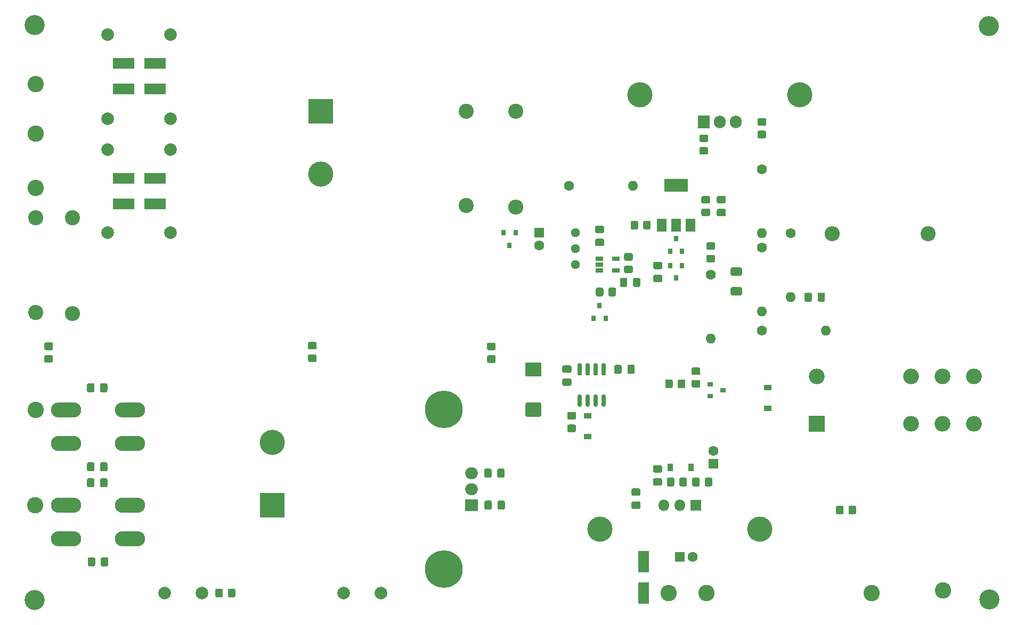
<source format=gbr>
G04 #@! TF.GenerationSoftware,KiCad,Pcbnew,(5.1.10-1-10_14)*
G04 #@! TF.CreationDate,2021-07-20T11:42:14+02:00*
G04 #@! TF.ProjectId,hv-power-supply-v1,68762d70-6f77-4657-922d-737570706c79,rev?*
G04 #@! TF.SameCoordinates,Original*
G04 #@! TF.FileFunction,Soldermask,Top*
G04 #@! TF.FilePolarity,Negative*
%FSLAX46Y46*%
G04 Gerber Fmt 4.6, Leading zero omitted, Abs format (unit mm)*
G04 Created by KiCad (PCBNEW (5.1.10-1-10_14)) date 2021-07-20 11:42:14*
%MOMM*%
%LPD*%
G01*
G04 APERTURE LIST*
%ADD10R,1.500000X2.000000*%
%ADD11R,3.800000X2.000000*%
%ADD12C,6.000000*%
%ADD13R,0.800000X0.900000*%
%ADD14R,0.900000X0.800000*%
%ADD15R,1.220000X0.650000*%
%ADD16C,4.000000*%
%ADD17R,4.000000X4.000000*%
%ADD18R,2.000000X1.905000*%
%ADD19O,2.000000X1.905000*%
%ADD20R,1.800000X3.500000*%
%ADD21O,2.400000X2.400000*%
%ADD22C,2.400000*%
%ADD23O,4.800600X2.400300*%
%ADD24R,0.900000X1.200000*%
%ADD25C,1.600000*%
%ADD26R,1.600000X1.600000*%
%ADD27R,3.500000X1.800000*%
%ADD28C,2.000000*%
%ADD29O,1.600000X1.600000*%
%ADD30O,1.905000X2.000000*%
%ADD31R,1.905000X2.000000*%
%ADD32C,2.600000*%
%ADD33C,1.440000*%
%ADD34O,2.500000X2.500000*%
%ADD35R,2.500000X2.500000*%
%ADD36R,1.200000X0.900000*%
%ADD37R,1.800000X1.800000*%
%ADD38O,1.800000X1.800000*%
%ADD39C,3.200000*%
G04 APERTURE END LIST*
D10*
X158863000Y-81216500D03*
X163463000Y-81216500D03*
X161163000Y-81216500D03*
D11*
X161163000Y-74916500D03*
D12*
X124206000Y-135890000D03*
X124206000Y-110490000D03*
D13*
X161160500Y-89630000D03*
X160210500Y-87630000D03*
X162110500Y-87630000D03*
D14*
X168602000Y-107465000D03*
X166602000Y-108415000D03*
X166602000Y-106515000D03*
D15*
X151616400Y-86550500D03*
X151616400Y-88450500D03*
X148996400Y-88450500D03*
X148996400Y-87500500D03*
X148996400Y-86550500D03*
D16*
X96990000Y-115753000D03*
D17*
X96990000Y-125753000D03*
D18*
X128613000Y-125753000D03*
D19*
X128613000Y-123213000D03*
X128613000Y-120673000D03*
D16*
X155410000Y-60475000D03*
X180810000Y-60475000D03*
X149060000Y-129563000D03*
X174460000Y-129563000D03*
D20*
X155981500Y-139723000D03*
X155981500Y-134723000D03*
D21*
X185991500Y-82550000D03*
D22*
X201231500Y-82550000D03*
D23*
X64224000Y-110640000D03*
X74384000Y-110640000D03*
X74384000Y-131087000D03*
X64224000Y-131087000D03*
X74384000Y-125753000D03*
X64224000Y-125753000D03*
X64224000Y-115974000D03*
X74384000Y-115974000D03*
D24*
X163536000Y-119784000D03*
X160236000Y-119784000D03*
D25*
X167094000Y-117149000D03*
D26*
X167094000Y-119149000D03*
G36*
G01*
X61880001Y-101080000D02*
X60979999Y-101080000D01*
G75*
G02*
X60730000Y-100830001I0J249999D01*
G01*
X60730000Y-100129999D01*
G75*
G02*
X60979999Y-99880000I249999J0D01*
G01*
X61880001Y-99880000D01*
G75*
G02*
X62130000Y-100129999I0J-249999D01*
G01*
X62130000Y-100830001D01*
G75*
G02*
X61880001Y-101080000I-249999J0D01*
G01*
G37*
G36*
G01*
X61880001Y-103080000D02*
X60979999Y-103080000D01*
G75*
G02*
X60730000Y-102830001I0J249999D01*
G01*
X60730000Y-102129999D01*
G75*
G02*
X60979999Y-101880000I249999J0D01*
G01*
X61880001Y-101880000D01*
G75*
G02*
X62130000Y-102129999I0J-249999D01*
G01*
X62130000Y-102830001D01*
G75*
G02*
X61880001Y-103080000I-249999J0D01*
G01*
G37*
D21*
X65214500Y-95313500D03*
D22*
X65214500Y-80073500D03*
D27*
X73368000Y-59586000D03*
X78368000Y-59586000D03*
X78368000Y-73810000D03*
X73368000Y-73810000D03*
X78368000Y-77874000D03*
X73368000Y-77874000D03*
X73368000Y-55522000D03*
X78368000Y-55522000D03*
D28*
X70828000Y-69238000D03*
X80828000Y-69238000D03*
X70828000Y-82446000D03*
X80828000Y-82446000D03*
X70828000Y-64285000D03*
X80828000Y-64285000D03*
X70828000Y-50950000D03*
X80828000Y-50950000D03*
G36*
G01*
X145971500Y-105138000D02*
X145671500Y-105138000D01*
G75*
G02*
X145521500Y-104988000I0J150000D01*
G01*
X145521500Y-103338000D01*
G75*
G02*
X145671500Y-103188000I150000J0D01*
G01*
X145971500Y-103188000D01*
G75*
G02*
X146121500Y-103338000I0J-150000D01*
G01*
X146121500Y-104988000D01*
G75*
G02*
X145971500Y-105138000I-150000J0D01*
G01*
G37*
G36*
G01*
X147241500Y-105138000D02*
X146941500Y-105138000D01*
G75*
G02*
X146791500Y-104988000I0J150000D01*
G01*
X146791500Y-103338000D01*
G75*
G02*
X146941500Y-103188000I150000J0D01*
G01*
X147241500Y-103188000D01*
G75*
G02*
X147391500Y-103338000I0J-150000D01*
G01*
X147391500Y-104988000D01*
G75*
G02*
X147241500Y-105138000I-150000J0D01*
G01*
G37*
G36*
G01*
X148511500Y-105138000D02*
X148211500Y-105138000D01*
G75*
G02*
X148061500Y-104988000I0J150000D01*
G01*
X148061500Y-103338000D01*
G75*
G02*
X148211500Y-103188000I150000J0D01*
G01*
X148511500Y-103188000D01*
G75*
G02*
X148661500Y-103338000I0J-150000D01*
G01*
X148661500Y-104988000D01*
G75*
G02*
X148511500Y-105138000I-150000J0D01*
G01*
G37*
G36*
G01*
X149781500Y-105138000D02*
X149481500Y-105138000D01*
G75*
G02*
X149331500Y-104988000I0J150000D01*
G01*
X149331500Y-103338000D01*
G75*
G02*
X149481500Y-103188000I150000J0D01*
G01*
X149781500Y-103188000D01*
G75*
G02*
X149931500Y-103338000I0J-150000D01*
G01*
X149931500Y-104988000D01*
G75*
G02*
X149781500Y-105138000I-150000J0D01*
G01*
G37*
G36*
G01*
X149781500Y-110088000D02*
X149481500Y-110088000D01*
G75*
G02*
X149331500Y-109938000I0J150000D01*
G01*
X149331500Y-108288000D01*
G75*
G02*
X149481500Y-108138000I150000J0D01*
G01*
X149781500Y-108138000D01*
G75*
G02*
X149931500Y-108288000I0J-150000D01*
G01*
X149931500Y-109938000D01*
G75*
G02*
X149781500Y-110088000I-150000J0D01*
G01*
G37*
G36*
G01*
X148511500Y-110088000D02*
X148211500Y-110088000D01*
G75*
G02*
X148061500Y-109938000I0J150000D01*
G01*
X148061500Y-108288000D01*
G75*
G02*
X148211500Y-108138000I150000J0D01*
G01*
X148511500Y-108138000D01*
G75*
G02*
X148661500Y-108288000I0J-150000D01*
G01*
X148661500Y-109938000D01*
G75*
G02*
X148511500Y-110088000I-150000J0D01*
G01*
G37*
G36*
G01*
X147241500Y-110088000D02*
X146941500Y-110088000D01*
G75*
G02*
X146791500Y-109938000I0J150000D01*
G01*
X146791500Y-108288000D01*
G75*
G02*
X146941500Y-108138000I150000J0D01*
G01*
X147241500Y-108138000D01*
G75*
G02*
X147391500Y-108288000I0J-150000D01*
G01*
X147391500Y-109938000D01*
G75*
G02*
X147241500Y-110088000I-150000J0D01*
G01*
G37*
G36*
G01*
X145971500Y-110088000D02*
X145671500Y-110088000D01*
G75*
G02*
X145521500Y-109938000I0J150000D01*
G01*
X145521500Y-108288000D01*
G75*
G02*
X145671500Y-108138000I150000J0D01*
G01*
X145971500Y-108138000D01*
G75*
G02*
X146121500Y-108288000I0J-150000D01*
G01*
X146121500Y-109938000D01*
G75*
G02*
X145971500Y-110088000I-150000J0D01*
G01*
G37*
G36*
G01*
X165994501Y-68005500D02*
X165094499Y-68005500D01*
G75*
G02*
X164844500Y-67755501I0J249999D01*
G01*
X164844500Y-67055499D01*
G75*
G02*
X165094499Y-66805500I249999J0D01*
G01*
X165994501Y-66805500D01*
G75*
G02*
X166244500Y-67055499I0J-249999D01*
G01*
X166244500Y-67755501D01*
G75*
G02*
X165994501Y-68005500I-249999J0D01*
G01*
G37*
G36*
G01*
X165994501Y-70005500D02*
X165094499Y-70005500D01*
G75*
G02*
X164844500Y-69755501I0J249999D01*
G01*
X164844500Y-69055499D01*
G75*
G02*
X165094499Y-68805500I249999J0D01*
G01*
X165994501Y-68805500D01*
G75*
G02*
X166244500Y-69055499I0J-249999D01*
G01*
X166244500Y-69755501D01*
G75*
G02*
X165994501Y-70005500I-249999J0D01*
G01*
G37*
D29*
X166649500Y-99273500D03*
D25*
X166649500Y-89113500D03*
D29*
X154305000Y-74930000D03*
D25*
X144145000Y-74930000D03*
D29*
X174777500Y-82509500D03*
D25*
X174777500Y-72349500D03*
G36*
G01*
X174327499Y-66193000D02*
X175227501Y-66193000D01*
G75*
G02*
X175477500Y-66442999I0J-249999D01*
G01*
X175477500Y-67143001D01*
G75*
G02*
X175227501Y-67393000I-249999J0D01*
G01*
X174327499Y-67393000D01*
G75*
G02*
X174077500Y-67143001I0J249999D01*
G01*
X174077500Y-66442999D01*
G75*
G02*
X174327499Y-66193000I249999J0D01*
G01*
G37*
G36*
G01*
X174327499Y-64193000D02*
X175227501Y-64193000D01*
G75*
G02*
X175477500Y-64442999I0J-249999D01*
G01*
X175477500Y-65143001D01*
G75*
G02*
X175227501Y-65393000I-249999J0D01*
G01*
X174327499Y-65393000D01*
G75*
G02*
X174077500Y-65143001I0J249999D01*
G01*
X174077500Y-64442999D01*
G75*
G02*
X174327499Y-64193000I249999J0D01*
G01*
G37*
G36*
G01*
X170063497Y-91068000D02*
X171363503Y-91068000D01*
G75*
G02*
X171613500Y-91317997I0J-249997D01*
G01*
X171613500Y-92143003D01*
G75*
G02*
X171363503Y-92393000I-249997J0D01*
G01*
X170063497Y-92393000D01*
G75*
G02*
X169813500Y-92143003I0J249997D01*
G01*
X169813500Y-91317997D01*
G75*
G02*
X170063497Y-91068000I249997J0D01*
G01*
G37*
G36*
G01*
X170063497Y-87943000D02*
X171363503Y-87943000D01*
G75*
G02*
X171613500Y-88192997I0J-249997D01*
G01*
X171613500Y-89018003D01*
G75*
G02*
X171363503Y-89268000I-249997J0D01*
G01*
X170063497Y-89268000D01*
G75*
G02*
X169813500Y-89018003I0J249997D01*
G01*
X169813500Y-88192997D01*
G75*
G02*
X170063497Y-87943000I249997J0D01*
G01*
G37*
G36*
G01*
X183631000Y-93144500D02*
X183631000Y-92194500D01*
G75*
G02*
X183881000Y-91944500I250000J0D01*
G01*
X184556000Y-91944500D01*
G75*
G02*
X184806000Y-92194500I0J-250000D01*
G01*
X184806000Y-93144500D01*
G75*
G02*
X184556000Y-93394500I-250000J0D01*
G01*
X183881000Y-93394500D01*
G75*
G02*
X183631000Y-93144500I0J250000D01*
G01*
G37*
G36*
G01*
X181556000Y-93144500D02*
X181556000Y-92194500D01*
G75*
G02*
X181806000Y-91944500I250000J0D01*
G01*
X182481000Y-91944500D01*
G75*
G02*
X182731000Y-92194500I0J-250000D01*
G01*
X182731000Y-93144500D01*
G75*
G02*
X182481000Y-93394500I-250000J0D01*
G01*
X181806000Y-93394500D01*
G75*
G02*
X181556000Y-93144500I0J250000D01*
G01*
G37*
D30*
X170650000Y-64793000D03*
X168110000Y-64793000D03*
D31*
X165570000Y-64793000D03*
G36*
G01*
X188560000Y-126965001D02*
X188560000Y-126064999D01*
G75*
G02*
X188809999Y-125815000I249999J0D01*
G01*
X189510001Y-125815000D01*
G75*
G02*
X189760000Y-126064999I0J-249999D01*
G01*
X189760000Y-126965001D01*
G75*
G02*
X189510001Y-127215000I-249999J0D01*
G01*
X188809999Y-127215000D01*
G75*
G02*
X188560000Y-126965001I0J249999D01*
G01*
G37*
G36*
G01*
X186560000Y-126965001D02*
X186560000Y-126064999D01*
G75*
G02*
X186809999Y-125815000I249999J0D01*
G01*
X187510001Y-125815000D01*
G75*
G02*
X187760000Y-126064999I0J-249999D01*
G01*
X187760000Y-126965001D01*
G75*
G02*
X187510001Y-127215000I-249999J0D01*
G01*
X186809999Y-127215000D01*
G75*
G02*
X186560000Y-126965001I0J249999D01*
G01*
G37*
G36*
G01*
X132238001Y-101112000D02*
X131337999Y-101112000D01*
G75*
G02*
X131088000Y-100862001I0J249999D01*
G01*
X131088000Y-100161999D01*
G75*
G02*
X131337999Y-99912000I249999J0D01*
G01*
X132238001Y-99912000D01*
G75*
G02*
X132488000Y-100161999I0J-249999D01*
G01*
X132488000Y-100862001D01*
G75*
G02*
X132238001Y-101112000I-249999J0D01*
G01*
G37*
G36*
G01*
X132238001Y-103112000D02*
X131337999Y-103112000D01*
G75*
G02*
X131088000Y-102862001I0J249999D01*
G01*
X131088000Y-102161999D01*
G75*
G02*
X131337999Y-101912000I249999J0D01*
G01*
X132238001Y-101912000D01*
G75*
G02*
X132488000Y-102161999I0J-249999D01*
G01*
X132488000Y-102862001D01*
G75*
G02*
X132238001Y-103112000I-249999J0D01*
G01*
G37*
G36*
G01*
X103790001Y-100985000D02*
X102889999Y-100985000D01*
G75*
G02*
X102640000Y-100735001I0J249999D01*
G01*
X102640000Y-100034999D01*
G75*
G02*
X102889999Y-99785000I249999J0D01*
G01*
X103790001Y-99785000D01*
G75*
G02*
X104040000Y-100034999I0J-249999D01*
G01*
X104040000Y-100735001D01*
G75*
G02*
X103790001Y-100985000I-249999J0D01*
G01*
G37*
G36*
G01*
X103790001Y-102985000D02*
X102889999Y-102985000D01*
G75*
G02*
X102640000Y-102735001I0J249999D01*
G01*
X102640000Y-102034999D01*
G75*
G02*
X102889999Y-101785000I249999J0D01*
G01*
X103790001Y-101785000D01*
G75*
G02*
X104040000Y-102034999I0J-249999D01*
G01*
X104040000Y-102735001D01*
G75*
G02*
X103790001Y-102985000I-249999J0D01*
G01*
G37*
G36*
G01*
X166199499Y-85941500D02*
X167099501Y-85941500D01*
G75*
G02*
X167349500Y-86191499I0J-249999D01*
G01*
X167349500Y-86891501D01*
G75*
G02*
X167099501Y-87141500I-249999J0D01*
G01*
X166199499Y-87141500D01*
G75*
G02*
X165949500Y-86891501I0J249999D01*
G01*
X165949500Y-86191499D01*
G75*
G02*
X166199499Y-85941500I249999J0D01*
G01*
G37*
G36*
G01*
X166199499Y-83941500D02*
X167099501Y-83941500D01*
G75*
G02*
X167349500Y-84191499I0J-249999D01*
G01*
X167349500Y-84891501D01*
G75*
G02*
X167099501Y-85141500I-249999J0D01*
G01*
X166199499Y-85141500D01*
G75*
G02*
X165949500Y-84891501I0J249999D01*
G01*
X165949500Y-84191499D01*
G75*
G02*
X166199499Y-83941500I249999J0D01*
G01*
G37*
G36*
G01*
X161668000Y-122520001D02*
X161668000Y-121619999D01*
G75*
G02*
X161917999Y-121370000I249999J0D01*
G01*
X162618001Y-121370000D01*
G75*
G02*
X162868000Y-121619999I0J-249999D01*
G01*
X162868000Y-122520001D01*
G75*
G02*
X162618001Y-122770000I-249999J0D01*
G01*
X161917999Y-122770000D01*
G75*
G02*
X161668000Y-122520001I0J249999D01*
G01*
G37*
G36*
G01*
X159668000Y-122520001D02*
X159668000Y-121619999D01*
G75*
G02*
X159917999Y-121370000I249999J0D01*
G01*
X160618001Y-121370000D01*
G75*
G02*
X160868000Y-121619999I0J-249999D01*
G01*
X160868000Y-122520001D01*
G75*
G02*
X160618001Y-122770000I-249999J0D01*
G01*
X159917999Y-122770000D01*
G75*
G02*
X159668000Y-122520001I0J249999D01*
G01*
G37*
G36*
G01*
X165700000Y-122520001D02*
X165700000Y-121619999D01*
G75*
G02*
X165949999Y-121370000I249999J0D01*
G01*
X166650001Y-121370000D01*
G75*
G02*
X166900000Y-121619999I0J-249999D01*
G01*
X166900000Y-122520001D01*
G75*
G02*
X166650001Y-122770000I-249999J0D01*
G01*
X165949999Y-122770000D01*
G75*
G02*
X165700000Y-122520001I0J249999D01*
G01*
G37*
G36*
G01*
X163700000Y-122520001D02*
X163700000Y-121619999D01*
G75*
G02*
X163949999Y-121370000I249999J0D01*
G01*
X164650001Y-121370000D01*
G75*
G02*
X164900000Y-121619999I0J-249999D01*
G01*
X164900000Y-122520001D01*
G75*
G02*
X164650001Y-122770000I-249999J0D01*
G01*
X163949999Y-122770000D01*
G75*
G02*
X163700000Y-122520001I0J249999D01*
G01*
G37*
G36*
G01*
X89113000Y-139272999D02*
X89113000Y-140173001D01*
G75*
G02*
X88863001Y-140423000I-249999J0D01*
G01*
X88162999Y-140423000D01*
G75*
G02*
X87913000Y-140173001I0J249999D01*
G01*
X87913000Y-139272999D01*
G75*
G02*
X88162999Y-139023000I249999J0D01*
G01*
X88863001Y-139023000D01*
G75*
G02*
X89113000Y-139272999I0J-249999D01*
G01*
G37*
G36*
G01*
X91113000Y-139272999D02*
X91113000Y-140173001D01*
G75*
G02*
X90863001Y-140423000I-249999J0D01*
G01*
X90162999Y-140423000D01*
G75*
G02*
X89913000Y-140173001I0J249999D01*
G01*
X89913000Y-139272999D01*
G75*
G02*
X90162999Y-139023000I249999J0D01*
G01*
X90863001Y-139023000D01*
G75*
G02*
X91113000Y-139272999I0J-249999D01*
G01*
G37*
G36*
G01*
X163849999Y-105849000D02*
X164750001Y-105849000D01*
G75*
G02*
X165000000Y-106098999I0J-249999D01*
G01*
X165000000Y-106799001D01*
G75*
G02*
X164750001Y-107049000I-249999J0D01*
G01*
X163849999Y-107049000D01*
G75*
G02*
X163600000Y-106799001I0J249999D01*
G01*
X163600000Y-106098999D01*
G75*
G02*
X163849999Y-105849000I249999J0D01*
G01*
G37*
G36*
G01*
X163849999Y-103849000D02*
X164750001Y-103849000D01*
G75*
G02*
X165000000Y-104098999I0J-249999D01*
G01*
X165000000Y-104799001D01*
G75*
G02*
X164750001Y-105049000I-249999J0D01*
G01*
X163849999Y-105049000D01*
G75*
G02*
X163600000Y-104799001I0J249999D01*
G01*
X163600000Y-104098999D01*
G75*
G02*
X163849999Y-103849000I249999J0D01*
G01*
G37*
G36*
G01*
X161414000Y-106899001D02*
X161414000Y-105998999D01*
G75*
G02*
X161663999Y-105749000I249999J0D01*
G01*
X162364001Y-105749000D01*
G75*
G02*
X162614000Y-105998999I0J-249999D01*
G01*
X162614000Y-106899001D01*
G75*
G02*
X162364001Y-107149000I-249999J0D01*
G01*
X161663999Y-107149000D01*
G75*
G02*
X161414000Y-106899001I0J249999D01*
G01*
G37*
G36*
G01*
X159414000Y-106899001D02*
X159414000Y-105998999D01*
G75*
G02*
X159663999Y-105749000I249999J0D01*
G01*
X160364001Y-105749000D01*
G75*
G02*
X160614000Y-105998999I0J-249999D01*
G01*
X160614000Y-106899001D01*
G75*
G02*
X160364001Y-107149000I-249999J0D01*
G01*
X159663999Y-107149000D01*
G75*
G02*
X159414000Y-106899001I0J249999D01*
G01*
G37*
G36*
G01*
X144101499Y-112929000D02*
X145001501Y-112929000D01*
G75*
G02*
X145251500Y-113178999I0J-249999D01*
G01*
X145251500Y-113879001D01*
G75*
G02*
X145001501Y-114129000I-249999J0D01*
G01*
X144101499Y-114129000D01*
G75*
G02*
X143851500Y-113879001I0J249999D01*
G01*
X143851500Y-113178999D01*
G75*
G02*
X144101499Y-112929000I249999J0D01*
G01*
G37*
G36*
G01*
X144101499Y-110929000D02*
X145001501Y-110929000D01*
G75*
G02*
X145251500Y-111178999I0J-249999D01*
G01*
X145251500Y-111879001D01*
G75*
G02*
X145001501Y-112129000I-249999J0D01*
G01*
X144101499Y-112129000D01*
G75*
G02*
X143851500Y-111879001I0J249999D01*
G01*
X143851500Y-111178999D01*
G75*
G02*
X144101499Y-110929000I249999J0D01*
G01*
G37*
G36*
G01*
X158679000Y-120582500D02*
X157729000Y-120582500D01*
G75*
G02*
X157479000Y-120332500I0J250000D01*
G01*
X157479000Y-119657500D01*
G75*
G02*
X157729000Y-119407500I250000J0D01*
G01*
X158679000Y-119407500D01*
G75*
G02*
X158929000Y-119657500I0J-250000D01*
G01*
X158929000Y-120332500D01*
G75*
G02*
X158679000Y-120582500I-250000J0D01*
G01*
G37*
G36*
G01*
X158679000Y-122657500D02*
X157729000Y-122657500D01*
G75*
G02*
X157479000Y-122407500I0J250000D01*
G01*
X157479000Y-121732500D01*
G75*
G02*
X157729000Y-121482500I250000J0D01*
G01*
X158679000Y-121482500D01*
G75*
G02*
X158929000Y-121732500I0J-250000D01*
G01*
X158929000Y-122407500D01*
G75*
G02*
X158679000Y-122657500I-250000J0D01*
G01*
G37*
G36*
G01*
X155250000Y-124265500D02*
X154300000Y-124265500D01*
G75*
G02*
X154050000Y-124015500I0J250000D01*
G01*
X154050000Y-123340500D01*
G75*
G02*
X154300000Y-123090500I250000J0D01*
G01*
X155250000Y-123090500D01*
G75*
G02*
X155500000Y-123340500I0J-250000D01*
G01*
X155500000Y-124015500D01*
G75*
G02*
X155250000Y-124265500I-250000J0D01*
G01*
G37*
G36*
G01*
X155250000Y-126340500D02*
X154300000Y-126340500D01*
G75*
G02*
X154050000Y-126090500I0J250000D01*
G01*
X154050000Y-125415500D01*
G75*
G02*
X154300000Y-125165500I250000J0D01*
G01*
X155250000Y-125165500D01*
G75*
G02*
X155500000Y-125415500I0J-250000D01*
G01*
X155500000Y-126090500D01*
G75*
G02*
X155250000Y-126340500I-250000J0D01*
G01*
G37*
G36*
G01*
X143314500Y-105607500D02*
X144264500Y-105607500D01*
G75*
G02*
X144514500Y-105857500I0J-250000D01*
G01*
X144514500Y-106532500D01*
G75*
G02*
X144264500Y-106782500I-250000J0D01*
G01*
X143314500Y-106782500D01*
G75*
G02*
X143064500Y-106532500I0J250000D01*
G01*
X143064500Y-105857500D01*
G75*
G02*
X143314500Y-105607500I250000J0D01*
G01*
G37*
G36*
G01*
X143314500Y-103532500D02*
X144264500Y-103532500D01*
G75*
G02*
X144514500Y-103782500I0J-250000D01*
G01*
X144514500Y-104457500D01*
G75*
G02*
X144264500Y-104707500I-250000J0D01*
G01*
X143314500Y-104707500D01*
G75*
G02*
X143064500Y-104457500I0J250000D01*
G01*
X143064500Y-103782500D01*
G75*
G02*
X143314500Y-103532500I250000J0D01*
G01*
G37*
G36*
G01*
X153405000Y-104638000D02*
X153405000Y-103688000D01*
G75*
G02*
X153655000Y-103438000I250000J0D01*
G01*
X154330000Y-103438000D01*
G75*
G02*
X154580000Y-103688000I0J-250000D01*
G01*
X154580000Y-104638000D01*
G75*
G02*
X154330000Y-104888000I-250000J0D01*
G01*
X153655000Y-104888000D01*
G75*
G02*
X153405000Y-104638000I0J250000D01*
G01*
G37*
G36*
G01*
X151330000Y-104638000D02*
X151330000Y-103688000D01*
G75*
G02*
X151580000Y-103438000I250000J0D01*
G01*
X152255000Y-103438000D01*
G75*
G02*
X152505000Y-103688000I0J-250000D01*
G01*
X152505000Y-104638000D01*
G75*
G02*
X152255000Y-104888000I-250000J0D01*
G01*
X151580000Y-104888000D01*
G75*
G02*
X151330000Y-104638000I0J250000D01*
G01*
G37*
G36*
G01*
X130649500Y-121148000D02*
X130649500Y-120198000D01*
G75*
G02*
X130899500Y-119948000I250000J0D01*
G01*
X131574500Y-119948000D01*
G75*
G02*
X131824500Y-120198000I0J-250000D01*
G01*
X131824500Y-121148000D01*
G75*
G02*
X131574500Y-121398000I-250000J0D01*
G01*
X130899500Y-121398000D01*
G75*
G02*
X130649500Y-121148000I0J250000D01*
G01*
G37*
G36*
G01*
X132724500Y-121148000D02*
X132724500Y-120198000D01*
G75*
G02*
X132974500Y-119948000I250000J0D01*
G01*
X133649500Y-119948000D01*
G75*
G02*
X133899500Y-120198000I0J-250000D01*
G01*
X133899500Y-121148000D01*
G75*
G02*
X133649500Y-121398000I-250000J0D01*
G01*
X132974500Y-121398000D01*
G75*
G02*
X132724500Y-121148000I0J250000D01*
G01*
G37*
G36*
G01*
X130692500Y-126228000D02*
X130692500Y-125278000D01*
G75*
G02*
X130942500Y-125028000I250000J0D01*
G01*
X131617500Y-125028000D01*
G75*
G02*
X131867500Y-125278000I0J-250000D01*
G01*
X131867500Y-126228000D01*
G75*
G02*
X131617500Y-126478000I-250000J0D01*
G01*
X130942500Y-126478000D01*
G75*
G02*
X130692500Y-126228000I0J250000D01*
G01*
G37*
G36*
G01*
X132767500Y-126228000D02*
X132767500Y-125278000D01*
G75*
G02*
X133017500Y-125028000I250000J0D01*
G01*
X133692500Y-125028000D01*
G75*
G02*
X133942500Y-125278000I0J-250000D01*
G01*
X133942500Y-126228000D01*
G75*
G02*
X133692500Y-126478000I-250000J0D01*
G01*
X133017500Y-126478000D01*
G75*
G02*
X132767500Y-126228000I0J250000D01*
G01*
G37*
D32*
X165951000Y-139723000D03*
X159982000Y-139723000D03*
X59398000Y-110640000D03*
X59271000Y-125753000D03*
X59398000Y-75334000D03*
X59398000Y-66698000D03*
X59398000Y-58824000D03*
D25*
X163760000Y-134008000D03*
D26*
X161760000Y-134008000D03*
G36*
G01*
X137430499Y-109438000D02*
X139480501Y-109438000D01*
G75*
G02*
X139730500Y-109687999I0J-249999D01*
G01*
X139730500Y-111438001D01*
G75*
G02*
X139480501Y-111688000I-249999J0D01*
G01*
X137430499Y-111688000D01*
G75*
G02*
X137180500Y-111438001I0J249999D01*
G01*
X137180500Y-109687999D01*
G75*
G02*
X137430499Y-109438000I249999J0D01*
G01*
G37*
G36*
G01*
X137430499Y-103038000D02*
X139480501Y-103038000D01*
G75*
G02*
X139730500Y-103287999I0J-249999D01*
G01*
X139730500Y-105038001D01*
G75*
G02*
X139480501Y-105288000I-249999J0D01*
G01*
X137430499Y-105288000D01*
G75*
G02*
X137180500Y-105038001I0J249999D01*
G01*
X137180500Y-103287999D01*
G75*
G02*
X137430499Y-103038000I249999J0D01*
G01*
G37*
D13*
X134683500Y-84439000D03*
X133733500Y-82439000D03*
X135633500Y-82439000D03*
D33*
X145186500Y-87526000D03*
X145186500Y-84986000D03*
X145186500Y-82446000D03*
D34*
X183496000Y-105299000D03*
X198496000Y-105299000D03*
X203496000Y-105299000D03*
X208496000Y-105299000D03*
X208496000Y-112799000D03*
X203496000Y-112799000D03*
X198496000Y-112799000D03*
D35*
X183496000Y-112799000D03*
D29*
X179349500Y-92669500D03*
D25*
X179349500Y-82509500D03*
G36*
G01*
X165411999Y-78584500D02*
X166312001Y-78584500D01*
G75*
G02*
X166562000Y-78834499I0J-249999D01*
G01*
X166562000Y-79534501D01*
G75*
G02*
X166312001Y-79784500I-249999J0D01*
G01*
X165411999Y-79784500D01*
G75*
G02*
X165162000Y-79534501I0J249999D01*
G01*
X165162000Y-78834499D01*
G75*
G02*
X165411999Y-78584500I249999J0D01*
G01*
G37*
G36*
G01*
X165411999Y-76584500D02*
X166312001Y-76584500D01*
G75*
G02*
X166562000Y-76834499I0J-249999D01*
G01*
X166562000Y-77534501D01*
G75*
G02*
X166312001Y-77784500I-249999J0D01*
G01*
X165411999Y-77784500D01*
G75*
G02*
X165162000Y-77534501I0J249999D01*
G01*
X165162000Y-76834499D01*
G75*
G02*
X165411999Y-76584500I249999J0D01*
G01*
G37*
G36*
G01*
X149596500Y-91393999D02*
X149596500Y-92294001D01*
G75*
G02*
X149346501Y-92544000I-249999J0D01*
G01*
X148646499Y-92544000D01*
G75*
G02*
X148396500Y-92294001I0J249999D01*
G01*
X148396500Y-91393999D01*
G75*
G02*
X148646499Y-91144000I249999J0D01*
G01*
X149346501Y-91144000D01*
G75*
G02*
X149596500Y-91393999I0J-249999D01*
G01*
G37*
G36*
G01*
X151596500Y-91393999D02*
X151596500Y-92294001D01*
G75*
G02*
X151346501Y-92544000I-249999J0D01*
G01*
X150646499Y-92544000D01*
G75*
G02*
X150396500Y-92294001I0J249999D01*
G01*
X150396500Y-91393999D01*
G75*
G02*
X150646499Y-91144000I249999J0D01*
G01*
X151346501Y-91144000D01*
G75*
G02*
X151596500Y-91393999I0J-249999D01*
G01*
G37*
G36*
G01*
X155127500Y-80766499D02*
X155127500Y-81666501D01*
G75*
G02*
X154877501Y-81916500I-249999J0D01*
G01*
X154177499Y-81916500D01*
G75*
G02*
X153927500Y-81666501I0J249999D01*
G01*
X153927500Y-80766499D01*
G75*
G02*
X154177499Y-80516500I249999J0D01*
G01*
X154877501Y-80516500D01*
G75*
G02*
X155127500Y-80766499I0J-249999D01*
G01*
G37*
G36*
G01*
X157127500Y-80766499D02*
X157127500Y-81666501D01*
G75*
G02*
X156877501Y-81916500I-249999J0D01*
G01*
X156177499Y-81916500D01*
G75*
G02*
X155927500Y-81666501I0J249999D01*
G01*
X155927500Y-80766499D01*
G75*
G02*
X156177499Y-80516500I249999J0D01*
G01*
X156877501Y-80516500D01*
G75*
G02*
X157127500Y-80766499I0J-249999D01*
G01*
G37*
G36*
G01*
X154018501Y-86856000D02*
X153118499Y-86856000D01*
G75*
G02*
X152868500Y-86606001I0J249999D01*
G01*
X152868500Y-85905999D01*
G75*
G02*
X153118499Y-85656000I249999J0D01*
G01*
X154018501Y-85656000D01*
G75*
G02*
X154268500Y-85905999I0J-249999D01*
G01*
X154268500Y-86606001D01*
G75*
G02*
X154018501Y-86856000I-249999J0D01*
G01*
G37*
G36*
G01*
X154018501Y-88856000D02*
X153118499Y-88856000D01*
G75*
G02*
X152868500Y-88606001I0J249999D01*
G01*
X152868500Y-87905999D01*
G75*
G02*
X153118499Y-87656000I249999J0D01*
G01*
X154018501Y-87656000D01*
G75*
G02*
X154268500Y-87905999I0J-249999D01*
G01*
X154268500Y-88606001D01*
G75*
G02*
X154018501Y-88856000I-249999J0D01*
G01*
G37*
D21*
X135636000Y-78359000D03*
D22*
X135636000Y-63119000D03*
D29*
X184937500Y-98003500D03*
D25*
X174777500Y-98003500D03*
D29*
X174777500Y-94955500D03*
D25*
X174777500Y-84795500D03*
D28*
X108293000Y-139723000D03*
X114262000Y-139723000D03*
X79845000Y-139723000D03*
X85814000Y-139723000D03*
D32*
X192240000Y-139723000D03*
X203543000Y-139342000D03*
D36*
X175730000Y-107085000D03*
X175730000Y-110385000D03*
D13*
X161165500Y-83344000D03*
X162115500Y-85344000D03*
X160215500Y-85344000D03*
X148996500Y-94003000D03*
X149946500Y-96003000D03*
X148046500Y-96003000D03*
D36*
X147091500Y-114829000D03*
X147091500Y-111529000D03*
G36*
G01*
X68832500Y-134295000D02*
X68832500Y-135245000D01*
G75*
G02*
X68582500Y-135495000I-250000J0D01*
G01*
X67907500Y-135495000D01*
G75*
G02*
X67657500Y-135245000I0J250000D01*
G01*
X67657500Y-134295000D01*
G75*
G02*
X67907500Y-134045000I250000J0D01*
G01*
X68582500Y-134045000D01*
G75*
G02*
X68832500Y-134295000I0J-250000D01*
G01*
G37*
G36*
G01*
X70907500Y-134295000D02*
X70907500Y-135245000D01*
G75*
G02*
X70657500Y-135495000I-250000J0D01*
G01*
X69982500Y-135495000D01*
G75*
G02*
X69732500Y-135245000I0J250000D01*
G01*
X69732500Y-134295000D01*
G75*
G02*
X69982500Y-134045000I250000J0D01*
G01*
X70657500Y-134045000D01*
G75*
G02*
X70907500Y-134295000I0J-250000D01*
G01*
G37*
G36*
G01*
X69605500Y-122672000D02*
X69605500Y-121722000D01*
G75*
G02*
X69855500Y-121472000I250000J0D01*
G01*
X70530500Y-121472000D01*
G75*
G02*
X70780500Y-121722000I0J-250000D01*
G01*
X70780500Y-122672000D01*
G75*
G02*
X70530500Y-122922000I-250000J0D01*
G01*
X69855500Y-122922000D01*
G75*
G02*
X69605500Y-122672000I0J250000D01*
G01*
G37*
G36*
G01*
X67530500Y-122672000D02*
X67530500Y-121722000D01*
G75*
G02*
X67780500Y-121472000I250000J0D01*
G01*
X68455500Y-121472000D01*
G75*
G02*
X68705500Y-121722000I0J-250000D01*
G01*
X68705500Y-122672000D01*
G75*
G02*
X68455500Y-122922000I-250000J0D01*
G01*
X67780500Y-122922000D01*
G75*
G02*
X67530500Y-122672000I0J250000D01*
G01*
G37*
G36*
G01*
X68705500Y-106609000D02*
X68705500Y-107559000D01*
G75*
G02*
X68455500Y-107809000I-250000J0D01*
G01*
X67780500Y-107809000D01*
G75*
G02*
X67530500Y-107559000I0J250000D01*
G01*
X67530500Y-106609000D01*
G75*
G02*
X67780500Y-106359000I250000J0D01*
G01*
X68455500Y-106359000D01*
G75*
G02*
X68705500Y-106609000I0J-250000D01*
G01*
G37*
G36*
G01*
X70780500Y-106609000D02*
X70780500Y-107559000D01*
G75*
G02*
X70530500Y-107809000I-250000J0D01*
G01*
X69855500Y-107809000D01*
G75*
G02*
X69605500Y-107559000I0J250000D01*
G01*
X69605500Y-106609000D01*
G75*
G02*
X69855500Y-106359000I250000J0D01*
G01*
X70530500Y-106359000D01*
G75*
G02*
X70780500Y-106609000I0J-250000D01*
G01*
G37*
G36*
G01*
X158717000Y-88217500D02*
X157767000Y-88217500D01*
G75*
G02*
X157517000Y-87967500I0J250000D01*
G01*
X157517000Y-87292500D01*
G75*
G02*
X157767000Y-87042500I250000J0D01*
G01*
X158717000Y-87042500D01*
G75*
G02*
X158967000Y-87292500I0J-250000D01*
G01*
X158967000Y-87967500D01*
G75*
G02*
X158717000Y-88217500I-250000J0D01*
G01*
G37*
G36*
G01*
X158717000Y-90292500D02*
X157767000Y-90292500D01*
G75*
G02*
X157517000Y-90042500I0J250000D01*
G01*
X157517000Y-89367500D01*
G75*
G02*
X157767000Y-89117500I250000J0D01*
G01*
X158717000Y-89117500D01*
G75*
G02*
X158967000Y-89367500I0J-250000D01*
G01*
X158967000Y-90042500D01*
G75*
G02*
X158717000Y-90292500I-250000J0D01*
G01*
G37*
D25*
X139382500Y-84423000D03*
D26*
X139382500Y-82423000D03*
G36*
G01*
X168813500Y-77740000D02*
X167863500Y-77740000D01*
G75*
G02*
X167613500Y-77490000I0J250000D01*
G01*
X167613500Y-76815000D01*
G75*
G02*
X167863500Y-76565000I250000J0D01*
G01*
X168813500Y-76565000D01*
G75*
G02*
X169063500Y-76815000I0J-250000D01*
G01*
X169063500Y-77490000D01*
G75*
G02*
X168813500Y-77740000I-250000J0D01*
G01*
G37*
G36*
G01*
X168813500Y-79815000D02*
X167863500Y-79815000D01*
G75*
G02*
X167613500Y-79565000I0J250000D01*
G01*
X167613500Y-78890000D01*
G75*
G02*
X167863500Y-78640000I250000J0D01*
G01*
X168813500Y-78640000D01*
G75*
G02*
X169063500Y-78890000I0J-250000D01*
G01*
X169063500Y-79565000D01*
G75*
G02*
X168813500Y-79815000I-250000J0D01*
G01*
G37*
G36*
G01*
X149471500Y-82482500D02*
X148521500Y-82482500D01*
G75*
G02*
X148271500Y-82232500I0J250000D01*
G01*
X148271500Y-81557500D01*
G75*
G02*
X148521500Y-81307500I250000J0D01*
G01*
X149471500Y-81307500D01*
G75*
G02*
X149721500Y-81557500I0J-250000D01*
G01*
X149721500Y-82232500D01*
G75*
G02*
X149471500Y-82482500I-250000J0D01*
G01*
G37*
G36*
G01*
X149471500Y-84557500D02*
X148521500Y-84557500D01*
G75*
G02*
X148271500Y-84307500I0J250000D01*
G01*
X148271500Y-83632500D01*
G75*
G02*
X148521500Y-83382500I250000J0D01*
G01*
X149471500Y-83382500D01*
G75*
G02*
X149721500Y-83632500I0J-250000D01*
G01*
X149721500Y-84307500D01*
G75*
G02*
X149471500Y-84557500I-250000J0D01*
G01*
G37*
G36*
G01*
X154294000Y-90795000D02*
X154294000Y-89845000D01*
G75*
G02*
X154544000Y-89595000I250000J0D01*
G01*
X155219000Y-89595000D01*
G75*
G02*
X155469000Y-89845000I0J-250000D01*
G01*
X155469000Y-90795000D01*
G75*
G02*
X155219000Y-91045000I-250000J0D01*
G01*
X154544000Y-91045000D01*
G75*
G02*
X154294000Y-90795000I0J250000D01*
G01*
G37*
G36*
G01*
X152219000Y-90795000D02*
X152219000Y-89845000D01*
G75*
G02*
X152469000Y-89595000I250000J0D01*
G01*
X153144000Y-89595000D01*
G75*
G02*
X153394000Y-89845000I0J-250000D01*
G01*
X153394000Y-90795000D01*
G75*
G02*
X153144000Y-91045000I-250000J0D01*
G01*
X152469000Y-91045000D01*
G75*
G02*
X152219000Y-90795000I0J250000D01*
G01*
G37*
D22*
X127762000Y-63119000D03*
X127762000Y-78119000D03*
D16*
X104711500Y-73119000D03*
D17*
X104711500Y-63119000D03*
D22*
X59372500Y-95073500D03*
X59372500Y-80073500D03*
G36*
G01*
X69605500Y-120132000D02*
X69605500Y-119182000D01*
G75*
G02*
X69855500Y-118932000I250000J0D01*
G01*
X70530500Y-118932000D01*
G75*
G02*
X70780500Y-119182000I0J-250000D01*
G01*
X70780500Y-120132000D01*
G75*
G02*
X70530500Y-120382000I-250000J0D01*
G01*
X69855500Y-120382000D01*
G75*
G02*
X69605500Y-120132000I0J250000D01*
G01*
G37*
G36*
G01*
X67530500Y-120132000D02*
X67530500Y-119182000D01*
G75*
G02*
X67780500Y-118932000I250000J0D01*
G01*
X68455500Y-118932000D01*
G75*
G02*
X68705500Y-119182000I0J-250000D01*
G01*
X68705500Y-120132000D01*
G75*
G02*
X68455500Y-120382000I-250000J0D01*
G01*
X67780500Y-120382000D01*
G75*
G02*
X67530500Y-120132000I0J250000D01*
G01*
G37*
D37*
X164300000Y-125753000D03*
D38*
X161760000Y-125753000D03*
X159220000Y-125753000D03*
D39*
X210947000Y-140716000D03*
X59182000Y-140843000D03*
X210820000Y-49530000D03*
X59182000Y-49403000D03*
M02*

</source>
